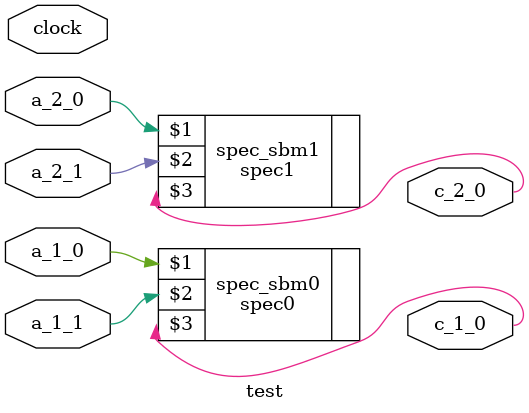
<source format=v>
module test(
clock,a_1_0,a_1_1,a_2_0,a_2_1,c_1_0,c_2_0);
input clock,a_1_0,a_1_1,a_2_0,a_2_1;
output c_1_0,c_2_0;
spec0 spec_sbm0(a_1_0,a_1_1,c_1_0);
spec1 spec_sbm1(a_2_0,a_2_1,c_2_0);
endmodule

</source>
